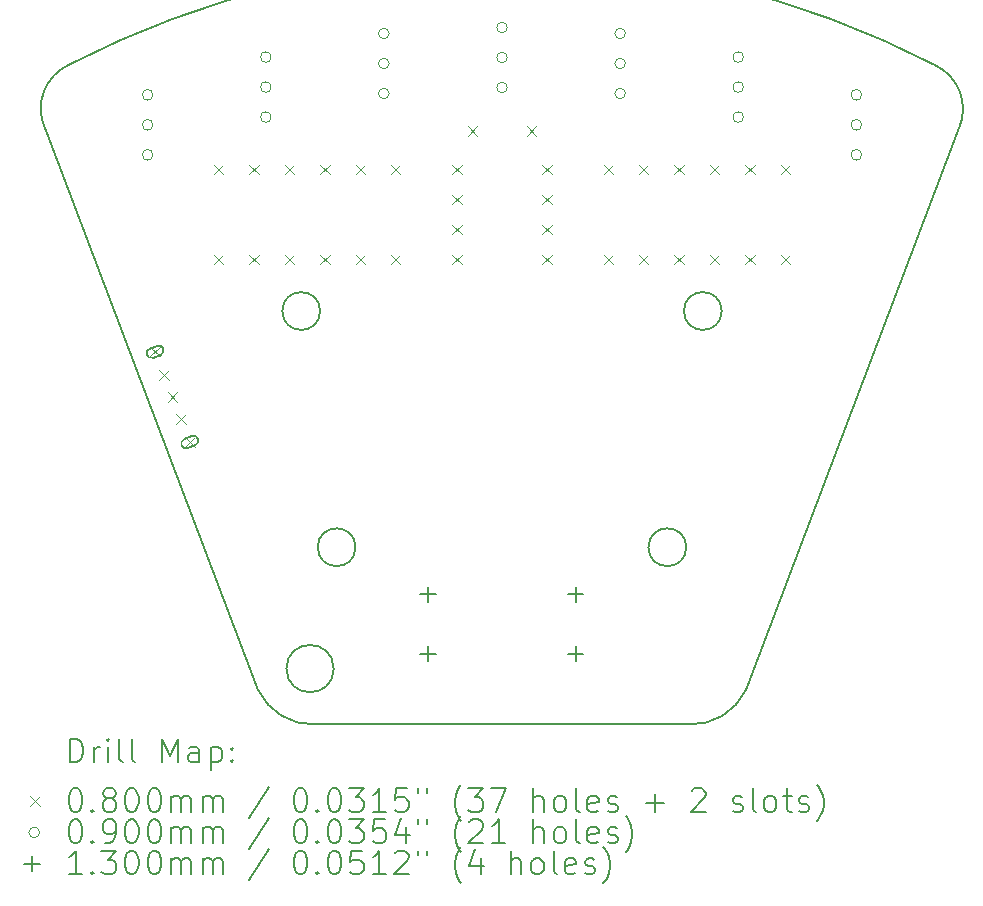
<source format=gbr>
%TF.GenerationSoftware,KiCad,Pcbnew,6.0.11-2627ca5db0~126~ubuntu20.04.1*%
%TF.CreationDate,2025-11-03T09:49:47+01:00*%
%TF.ProjectId,attiny85_catch_me_bcl-2,61747469-6e79-4383-955f-63617463685f,1.0*%
%TF.SameCoordinates,Original*%
%TF.FileFunction,Drillmap*%
%TF.FilePolarity,Positive*%
%FSLAX45Y45*%
G04 Gerber Fmt 4.5, Leading zero omitted, Abs format (unit mm)*
G04 Created by KiCad (PCBNEW 6.0.11-2627ca5db0~126~ubuntu20.04.1) date 2025-11-03 09:49:47*
%MOMM*%
%LPD*%
G01*
G04 APERTURE LIST*
%ADD10C,0.200000*%
%ADD11C,0.080000*%
%ADD12C,0.090000*%
%ADD13C,0.130000*%
G04 APERTURE END LIST*
D10*
X8960000Y-9400000D02*
G75*
G03*
X8960000Y-9400000I-160000J0D01*
G01*
X8912400Y-12900000D02*
X12087600Y-12900000D01*
X12360000Y-9400000D02*
G75*
G03*
X12360000Y-9400000I-160000J0D01*
G01*
X6629400Y-7851681D02*
X8437715Y-12611643D01*
X9075000Y-12427500D02*
G75*
G03*
X9075000Y-12427500I-200000J0D01*
G01*
X6832600Y-7315200D02*
G75*
G03*
X6629400Y-7851681I171031J-371503D01*
G01*
X8437716Y-12611643D02*
G75*
G03*
X8912400Y-12900000I459884J222163D01*
G01*
X9260000Y-11400000D02*
G75*
G03*
X9260000Y-11400000I-160000J0D01*
G01*
X12060000Y-11400000D02*
G75*
G03*
X12060000Y-11400000I-160000J0D01*
G01*
X14166701Y-7318280D02*
G75*
G03*
X6832600Y-7315200I-3670033J-7099763D01*
G01*
X12087600Y-12899994D02*
G75*
G03*
X12562285Y-12611643I15950J508634D01*
G01*
X12562285Y-12611643D02*
X14369901Y-7851681D01*
X14369904Y-7851682D02*
G75*
G03*
X14166701Y-7318281I-377954J161422D01*
G01*
D11*
X7523069Y-9704732D02*
X7603069Y-9784732D01*
X7603069Y-9704732D02*
X7523069Y-9784732D01*
D10*
X7581410Y-9694846D02*
X7516059Y-9719932D01*
X7610079Y-9769532D02*
X7544728Y-9794618D01*
X7516059Y-9719932D02*
G75*
G03*
X7544728Y-9794618I14335J-37343D01*
G01*
X7610079Y-9769532D02*
G75*
G03*
X7581410Y-9694846I-14335J37343D01*
G01*
D11*
X7598326Y-9900784D02*
X7678326Y-9980784D01*
X7678326Y-9900784D02*
X7598326Y-9980784D01*
X7670000Y-10087500D02*
X7750000Y-10167500D01*
X7750000Y-10087500D02*
X7670000Y-10167500D01*
X7741674Y-10274216D02*
X7821674Y-10354216D01*
X7821674Y-10274216D02*
X7741674Y-10354216D01*
X7816931Y-10470268D02*
X7896931Y-10550268D01*
X7896931Y-10470268D02*
X7816931Y-10550268D01*
D10*
X7875271Y-10460382D02*
X7809921Y-10485468D01*
X7903941Y-10535068D02*
X7838590Y-10560154D01*
X7809921Y-10485468D02*
G75*
G03*
X7838590Y-10560154I14335J-37343D01*
G01*
X7903941Y-10535068D02*
G75*
G03*
X7875271Y-10460382I-14335J37343D01*
G01*
D11*
X8060000Y-8160000D02*
X8140000Y-8240000D01*
X8140000Y-8160000D02*
X8060000Y-8240000D01*
X8060000Y-8922000D02*
X8140000Y-9002000D01*
X8140000Y-8922000D02*
X8060000Y-9002000D01*
X8360000Y-8160000D02*
X8440000Y-8240000D01*
X8440000Y-8160000D02*
X8360000Y-8240000D01*
X8360000Y-8922000D02*
X8440000Y-9002000D01*
X8440000Y-8922000D02*
X8360000Y-9002000D01*
X8660000Y-8160000D02*
X8740000Y-8240000D01*
X8740000Y-8160000D02*
X8660000Y-8240000D01*
X8660000Y-8922000D02*
X8740000Y-9002000D01*
X8740000Y-8922000D02*
X8660000Y-9002000D01*
X8960000Y-8160000D02*
X9040000Y-8240000D01*
X9040000Y-8160000D02*
X8960000Y-8240000D01*
X8960000Y-8922000D02*
X9040000Y-9002000D01*
X9040000Y-8922000D02*
X8960000Y-9002000D01*
X9260000Y-8160000D02*
X9340000Y-8240000D01*
X9340000Y-8160000D02*
X9260000Y-8240000D01*
X9260000Y-8922000D02*
X9340000Y-9002000D01*
X9340000Y-8922000D02*
X9260000Y-9002000D01*
X9560000Y-8160000D02*
X9640000Y-8240000D01*
X9640000Y-8160000D02*
X9560000Y-8240000D01*
X9560000Y-8922000D02*
X9640000Y-9002000D01*
X9640000Y-8922000D02*
X9560000Y-9002000D01*
X10079000Y-8160000D02*
X10159000Y-8240000D01*
X10159000Y-8160000D02*
X10079000Y-8240000D01*
X10079000Y-8414000D02*
X10159000Y-8494000D01*
X10159000Y-8414000D02*
X10079000Y-8494000D01*
X10079000Y-8668000D02*
X10159000Y-8748000D01*
X10159000Y-8668000D02*
X10079000Y-8748000D01*
X10079000Y-8922000D02*
X10159000Y-9002000D01*
X10159000Y-8922000D02*
X10079000Y-9002000D01*
X10210000Y-7835000D02*
X10290000Y-7915000D01*
X10290000Y-7835000D02*
X10210000Y-7915000D01*
X10710000Y-7835000D02*
X10790000Y-7915000D01*
X10790000Y-7835000D02*
X10710000Y-7915000D01*
X10841000Y-8160000D02*
X10921000Y-8240000D01*
X10921000Y-8160000D02*
X10841000Y-8240000D01*
X10841000Y-8414000D02*
X10921000Y-8494000D01*
X10921000Y-8414000D02*
X10841000Y-8494000D01*
X10841000Y-8668000D02*
X10921000Y-8748000D01*
X10921000Y-8668000D02*
X10841000Y-8748000D01*
X10841000Y-8922000D02*
X10921000Y-9002000D01*
X10921000Y-8922000D02*
X10841000Y-9002000D01*
X11360000Y-8160000D02*
X11440000Y-8240000D01*
X11440000Y-8160000D02*
X11360000Y-8240000D01*
X11360000Y-8922000D02*
X11440000Y-9002000D01*
X11440000Y-8922000D02*
X11360000Y-9002000D01*
X11660000Y-8160000D02*
X11740000Y-8240000D01*
X11740000Y-8160000D02*
X11660000Y-8240000D01*
X11660000Y-8922000D02*
X11740000Y-9002000D01*
X11740000Y-8922000D02*
X11660000Y-9002000D01*
X11960000Y-8160000D02*
X12040000Y-8240000D01*
X12040000Y-8160000D02*
X11960000Y-8240000D01*
X11960000Y-8922000D02*
X12040000Y-9002000D01*
X12040000Y-8922000D02*
X11960000Y-9002000D01*
X12260000Y-8160000D02*
X12340000Y-8240000D01*
X12340000Y-8160000D02*
X12260000Y-8240000D01*
X12260000Y-8922000D02*
X12340000Y-9002000D01*
X12340000Y-8922000D02*
X12260000Y-9002000D01*
X12560000Y-8160000D02*
X12640000Y-8240000D01*
X12640000Y-8160000D02*
X12560000Y-8240000D01*
X12560000Y-8922000D02*
X12640000Y-9002000D01*
X12640000Y-8922000D02*
X12560000Y-9002000D01*
X12860000Y-8160000D02*
X12940000Y-8240000D01*
X12940000Y-8160000D02*
X12860000Y-8240000D01*
X12860000Y-8922000D02*
X12940000Y-9002000D01*
X12940000Y-8922000D02*
X12860000Y-9002000D01*
D12*
X7545000Y-7570000D02*
G75*
G03*
X7545000Y-7570000I-45000J0D01*
G01*
X7545000Y-7824000D02*
G75*
G03*
X7545000Y-7824000I-45000J0D01*
G01*
X7545000Y-8078000D02*
G75*
G03*
X7545000Y-8078000I-45000J0D01*
G01*
X8545000Y-7250000D02*
G75*
G03*
X8545000Y-7250000I-45000J0D01*
G01*
X8545000Y-7504000D02*
G75*
G03*
X8545000Y-7504000I-45000J0D01*
G01*
X8545000Y-7758000D02*
G75*
G03*
X8545000Y-7758000I-45000J0D01*
G01*
X9545000Y-7050000D02*
G75*
G03*
X9545000Y-7050000I-45000J0D01*
G01*
X9545000Y-7304000D02*
G75*
G03*
X9545000Y-7304000I-45000J0D01*
G01*
X9545000Y-7558000D02*
G75*
G03*
X9545000Y-7558000I-45000J0D01*
G01*
X10545000Y-7000000D02*
G75*
G03*
X10545000Y-7000000I-45000J0D01*
G01*
X10545000Y-7254000D02*
G75*
G03*
X10545000Y-7254000I-45000J0D01*
G01*
X10545000Y-7508000D02*
G75*
G03*
X10545000Y-7508000I-45000J0D01*
G01*
X11545000Y-7050000D02*
G75*
G03*
X11545000Y-7050000I-45000J0D01*
G01*
X11545000Y-7304000D02*
G75*
G03*
X11545000Y-7304000I-45000J0D01*
G01*
X11545000Y-7558000D02*
G75*
G03*
X11545000Y-7558000I-45000J0D01*
G01*
X12545000Y-7250000D02*
G75*
G03*
X12545000Y-7250000I-45000J0D01*
G01*
X12545000Y-7504000D02*
G75*
G03*
X12545000Y-7504000I-45000J0D01*
G01*
X12545000Y-7758000D02*
G75*
G03*
X12545000Y-7758000I-45000J0D01*
G01*
X13545000Y-7570000D02*
G75*
G03*
X13545000Y-7570000I-45000J0D01*
G01*
X13545000Y-7824000D02*
G75*
G03*
X13545000Y-7824000I-45000J0D01*
G01*
X13545000Y-8078000D02*
G75*
G03*
X13545000Y-8078000I-45000J0D01*
G01*
D13*
X9875000Y-11735000D02*
X9875000Y-11865000D01*
X9810000Y-11800000D02*
X9940000Y-11800000D01*
X9875000Y-12235000D02*
X9875000Y-12365000D01*
X9810000Y-12300000D02*
X9940000Y-12300000D01*
X11125000Y-11735000D02*
X11125000Y-11865000D01*
X11060000Y-11800000D02*
X11190000Y-11800000D01*
X11125000Y-12235000D02*
X11125000Y-12365000D01*
X11060000Y-12300000D02*
X11190000Y-12300000D01*
D10*
X6842268Y-13220720D02*
X6842268Y-13020720D01*
X6889887Y-13020720D01*
X6918458Y-13030244D01*
X6937506Y-13049291D01*
X6947030Y-13068339D01*
X6956553Y-13106434D01*
X6956553Y-13135006D01*
X6947030Y-13173101D01*
X6937506Y-13192148D01*
X6918458Y-13211196D01*
X6889887Y-13220720D01*
X6842268Y-13220720D01*
X7042268Y-13220720D02*
X7042268Y-13087387D01*
X7042268Y-13125482D02*
X7051792Y-13106434D01*
X7061315Y-13096910D01*
X7080363Y-13087387D01*
X7099411Y-13087387D01*
X7166077Y-13220720D02*
X7166077Y-13087387D01*
X7166077Y-13020720D02*
X7156553Y-13030244D01*
X7166077Y-13039768D01*
X7175601Y-13030244D01*
X7166077Y-13020720D01*
X7166077Y-13039768D01*
X7289887Y-13220720D02*
X7270839Y-13211196D01*
X7261315Y-13192148D01*
X7261315Y-13020720D01*
X7394649Y-13220720D02*
X7375601Y-13211196D01*
X7366077Y-13192148D01*
X7366077Y-13020720D01*
X7623220Y-13220720D02*
X7623220Y-13020720D01*
X7689887Y-13163577D01*
X7756553Y-13020720D01*
X7756553Y-13220720D01*
X7937506Y-13220720D02*
X7937506Y-13115958D01*
X7927982Y-13096910D01*
X7908934Y-13087387D01*
X7870839Y-13087387D01*
X7851792Y-13096910D01*
X7937506Y-13211196D02*
X7918458Y-13220720D01*
X7870839Y-13220720D01*
X7851792Y-13211196D01*
X7842268Y-13192148D01*
X7842268Y-13173101D01*
X7851792Y-13154053D01*
X7870839Y-13144529D01*
X7918458Y-13144529D01*
X7937506Y-13135006D01*
X8032744Y-13087387D02*
X8032744Y-13287387D01*
X8032744Y-13096910D02*
X8051792Y-13087387D01*
X8089887Y-13087387D01*
X8108934Y-13096910D01*
X8118458Y-13106434D01*
X8127982Y-13125482D01*
X8127982Y-13182625D01*
X8118458Y-13201672D01*
X8108934Y-13211196D01*
X8089887Y-13220720D01*
X8051792Y-13220720D01*
X8032744Y-13211196D01*
X8213696Y-13201672D02*
X8223220Y-13211196D01*
X8213696Y-13220720D01*
X8204173Y-13211196D01*
X8213696Y-13201672D01*
X8213696Y-13220720D01*
X8213696Y-13096910D02*
X8223220Y-13106434D01*
X8213696Y-13115958D01*
X8204173Y-13106434D01*
X8213696Y-13096910D01*
X8213696Y-13115958D01*
D11*
X6504649Y-13510244D02*
X6584649Y-13590244D01*
X6584649Y-13510244D02*
X6504649Y-13590244D01*
D10*
X6880363Y-13440720D02*
X6899411Y-13440720D01*
X6918458Y-13450244D01*
X6927982Y-13459768D01*
X6937506Y-13478815D01*
X6947030Y-13516910D01*
X6947030Y-13564529D01*
X6937506Y-13602625D01*
X6927982Y-13621672D01*
X6918458Y-13631196D01*
X6899411Y-13640720D01*
X6880363Y-13640720D01*
X6861315Y-13631196D01*
X6851792Y-13621672D01*
X6842268Y-13602625D01*
X6832744Y-13564529D01*
X6832744Y-13516910D01*
X6842268Y-13478815D01*
X6851792Y-13459768D01*
X6861315Y-13450244D01*
X6880363Y-13440720D01*
X7032744Y-13621672D02*
X7042268Y-13631196D01*
X7032744Y-13640720D01*
X7023220Y-13631196D01*
X7032744Y-13621672D01*
X7032744Y-13640720D01*
X7156553Y-13526434D02*
X7137506Y-13516910D01*
X7127982Y-13507387D01*
X7118458Y-13488339D01*
X7118458Y-13478815D01*
X7127982Y-13459768D01*
X7137506Y-13450244D01*
X7156553Y-13440720D01*
X7194649Y-13440720D01*
X7213696Y-13450244D01*
X7223220Y-13459768D01*
X7232744Y-13478815D01*
X7232744Y-13488339D01*
X7223220Y-13507387D01*
X7213696Y-13516910D01*
X7194649Y-13526434D01*
X7156553Y-13526434D01*
X7137506Y-13535958D01*
X7127982Y-13545482D01*
X7118458Y-13564529D01*
X7118458Y-13602625D01*
X7127982Y-13621672D01*
X7137506Y-13631196D01*
X7156553Y-13640720D01*
X7194649Y-13640720D01*
X7213696Y-13631196D01*
X7223220Y-13621672D01*
X7232744Y-13602625D01*
X7232744Y-13564529D01*
X7223220Y-13545482D01*
X7213696Y-13535958D01*
X7194649Y-13526434D01*
X7356553Y-13440720D02*
X7375601Y-13440720D01*
X7394649Y-13450244D01*
X7404173Y-13459768D01*
X7413696Y-13478815D01*
X7423220Y-13516910D01*
X7423220Y-13564529D01*
X7413696Y-13602625D01*
X7404173Y-13621672D01*
X7394649Y-13631196D01*
X7375601Y-13640720D01*
X7356553Y-13640720D01*
X7337506Y-13631196D01*
X7327982Y-13621672D01*
X7318458Y-13602625D01*
X7308934Y-13564529D01*
X7308934Y-13516910D01*
X7318458Y-13478815D01*
X7327982Y-13459768D01*
X7337506Y-13450244D01*
X7356553Y-13440720D01*
X7547030Y-13440720D02*
X7566077Y-13440720D01*
X7585125Y-13450244D01*
X7594649Y-13459768D01*
X7604173Y-13478815D01*
X7613696Y-13516910D01*
X7613696Y-13564529D01*
X7604173Y-13602625D01*
X7594649Y-13621672D01*
X7585125Y-13631196D01*
X7566077Y-13640720D01*
X7547030Y-13640720D01*
X7527982Y-13631196D01*
X7518458Y-13621672D01*
X7508934Y-13602625D01*
X7499411Y-13564529D01*
X7499411Y-13516910D01*
X7508934Y-13478815D01*
X7518458Y-13459768D01*
X7527982Y-13450244D01*
X7547030Y-13440720D01*
X7699411Y-13640720D02*
X7699411Y-13507387D01*
X7699411Y-13526434D02*
X7708934Y-13516910D01*
X7727982Y-13507387D01*
X7756553Y-13507387D01*
X7775601Y-13516910D01*
X7785125Y-13535958D01*
X7785125Y-13640720D01*
X7785125Y-13535958D02*
X7794649Y-13516910D01*
X7813696Y-13507387D01*
X7842268Y-13507387D01*
X7861315Y-13516910D01*
X7870839Y-13535958D01*
X7870839Y-13640720D01*
X7966077Y-13640720D02*
X7966077Y-13507387D01*
X7966077Y-13526434D02*
X7975601Y-13516910D01*
X7994649Y-13507387D01*
X8023220Y-13507387D01*
X8042268Y-13516910D01*
X8051792Y-13535958D01*
X8051792Y-13640720D01*
X8051792Y-13535958D02*
X8061315Y-13516910D01*
X8080363Y-13507387D01*
X8108934Y-13507387D01*
X8127982Y-13516910D01*
X8137506Y-13535958D01*
X8137506Y-13640720D01*
X8527982Y-13431196D02*
X8356553Y-13688339D01*
X8785125Y-13440720D02*
X8804173Y-13440720D01*
X8823220Y-13450244D01*
X8832744Y-13459768D01*
X8842268Y-13478815D01*
X8851792Y-13516910D01*
X8851792Y-13564529D01*
X8842268Y-13602625D01*
X8832744Y-13621672D01*
X8823220Y-13631196D01*
X8804173Y-13640720D01*
X8785125Y-13640720D01*
X8766077Y-13631196D01*
X8756554Y-13621672D01*
X8747030Y-13602625D01*
X8737506Y-13564529D01*
X8737506Y-13516910D01*
X8747030Y-13478815D01*
X8756554Y-13459768D01*
X8766077Y-13450244D01*
X8785125Y-13440720D01*
X8937506Y-13621672D02*
X8947030Y-13631196D01*
X8937506Y-13640720D01*
X8927982Y-13631196D01*
X8937506Y-13621672D01*
X8937506Y-13640720D01*
X9070839Y-13440720D02*
X9089887Y-13440720D01*
X9108935Y-13450244D01*
X9118458Y-13459768D01*
X9127982Y-13478815D01*
X9137506Y-13516910D01*
X9137506Y-13564529D01*
X9127982Y-13602625D01*
X9118458Y-13621672D01*
X9108935Y-13631196D01*
X9089887Y-13640720D01*
X9070839Y-13640720D01*
X9051792Y-13631196D01*
X9042268Y-13621672D01*
X9032744Y-13602625D01*
X9023220Y-13564529D01*
X9023220Y-13516910D01*
X9032744Y-13478815D01*
X9042268Y-13459768D01*
X9051792Y-13450244D01*
X9070839Y-13440720D01*
X9204173Y-13440720D02*
X9327982Y-13440720D01*
X9261315Y-13516910D01*
X9289887Y-13516910D01*
X9308935Y-13526434D01*
X9318458Y-13535958D01*
X9327982Y-13555006D01*
X9327982Y-13602625D01*
X9318458Y-13621672D01*
X9308935Y-13631196D01*
X9289887Y-13640720D01*
X9232744Y-13640720D01*
X9213696Y-13631196D01*
X9204173Y-13621672D01*
X9518458Y-13640720D02*
X9404173Y-13640720D01*
X9461315Y-13640720D02*
X9461315Y-13440720D01*
X9442268Y-13469291D01*
X9423220Y-13488339D01*
X9404173Y-13497863D01*
X9699411Y-13440720D02*
X9604173Y-13440720D01*
X9594649Y-13535958D01*
X9604173Y-13526434D01*
X9623220Y-13516910D01*
X9670839Y-13516910D01*
X9689887Y-13526434D01*
X9699411Y-13535958D01*
X9708935Y-13555006D01*
X9708935Y-13602625D01*
X9699411Y-13621672D01*
X9689887Y-13631196D01*
X9670839Y-13640720D01*
X9623220Y-13640720D01*
X9604173Y-13631196D01*
X9594649Y-13621672D01*
X9785125Y-13440720D02*
X9785125Y-13478815D01*
X9861315Y-13440720D02*
X9861315Y-13478815D01*
X10156554Y-13716910D02*
X10147030Y-13707387D01*
X10127982Y-13678815D01*
X10118458Y-13659768D01*
X10108935Y-13631196D01*
X10099411Y-13583577D01*
X10099411Y-13545482D01*
X10108935Y-13497863D01*
X10118458Y-13469291D01*
X10127982Y-13450244D01*
X10147030Y-13421672D01*
X10156554Y-13412148D01*
X10213696Y-13440720D02*
X10337506Y-13440720D01*
X10270839Y-13516910D01*
X10299411Y-13516910D01*
X10318458Y-13526434D01*
X10327982Y-13535958D01*
X10337506Y-13555006D01*
X10337506Y-13602625D01*
X10327982Y-13621672D01*
X10318458Y-13631196D01*
X10299411Y-13640720D01*
X10242268Y-13640720D01*
X10223220Y-13631196D01*
X10213696Y-13621672D01*
X10404173Y-13440720D02*
X10537506Y-13440720D01*
X10451792Y-13640720D01*
X10766077Y-13640720D02*
X10766077Y-13440720D01*
X10851792Y-13640720D02*
X10851792Y-13535958D01*
X10842268Y-13516910D01*
X10823220Y-13507387D01*
X10794649Y-13507387D01*
X10775601Y-13516910D01*
X10766077Y-13526434D01*
X10975601Y-13640720D02*
X10956554Y-13631196D01*
X10947030Y-13621672D01*
X10937506Y-13602625D01*
X10937506Y-13545482D01*
X10947030Y-13526434D01*
X10956554Y-13516910D01*
X10975601Y-13507387D01*
X11004173Y-13507387D01*
X11023220Y-13516910D01*
X11032744Y-13526434D01*
X11042268Y-13545482D01*
X11042268Y-13602625D01*
X11032744Y-13621672D01*
X11023220Y-13631196D01*
X11004173Y-13640720D01*
X10975601Y-13640720D01*
X11156554Y-13640720D02*
X11137506Y-13631196D01*
X11127982Y-13612148D01*
X11127982Y-13440720D01*
X11308934Y-13631196D02*
X11289887Y-13640720D01*
X11251792Y-13640720D01*
X11232744Y-13631196D01*
X11223220Y-13612148D01*
X11223220Y-13535958D01*
X11232744Y-13516910D01*
X11251792Y-13507387D01*
X11289887Y-13507387D01*
X11308934Y-13516910D01*
X11318458Y-13535958D01*
X11318458Y-13555006D01*
X11223220Y-13574053D01*
X11394649Y-13631196D02*
X11413696Y-13640720D01*
X11451792Y-13640720D01*
X11470839Y-13631196D01*
X11480363Y-13612148D01*
X11480363Y-13602625D01*
X11470839Y-13583577D01*
X11451792Y-13574053D01*
X11423220Y-13574053D01*
X11404173Y-13564529D01*
X11394649Y-13545482D01*
X11394649Y-13535958D01*
X11404173Y-13516910D01*
X11423220Y-13507387D01*
X11451792Y-13507387D01*
X11470839Y-13516910D01*
X11718458Y-13564529D02*
X11870839Y-13564529D01*
X11794649Y-13640720D02*
X11794649Y-13488339D01*
X12108934Y-13459768D02*
X12118458Y-13450244D01*
X12137506Y-13440720D01*
X12185125Y-13440720D01*
X12204173Y-13450244D01*
X12213696Y-13459768D01*
X12223220Y-13478815D01*
X12223220Y-13497863D01*
X12213696Y-13526434D01*
X12099411Y-13640720D01*
X12223220Y-13640720D01*
X12451792Y-13631196D02*
X12470839Y-13640720D01*
X12508934Y-13640720D01*
X12527982Y-13631196D01*
X12537506Y-13612148D01*
X12537506Y-13602625D01*
X12527982Y-13583577D01*
X12508934Y-13574053D01*
X12480363Y-13574053D01*
X12461315Y-13564529D01*
X12451792Y-13545482D01*
X12451792Y-13535958D01*
X12461315Y-13516910D01*
X12480363Y-13507387D01*
X12508934Y-13507387D01*
X12527982Y-13516910D01*
X12651792Y-13640720D02*
X12632744Y-13631196D01*
X12623220Y-13612148D01*
X12623220Y-13440720D01*
X12756553Y-13640720D02*
X12737506Y-13631196D01*
X12727982Y-13621672D01*
X12718458Y-13602625D01*
X12718458Y-13545482D01*
X12727982Y-13526434D01*
X12737506Y-13516910D01*
X12756553Y-13507387D01*
X12785125Y-13507387D01*
X12804173Y-13516910D01*
X12813696Y-13526434D01*
X12823220Y-13545482D01*
X12823220Y-13602625D01*
X12813696Y-13621672D01*
X12804173Y-13631196D01*
X12785125Y-13640720D01*
X12756553Y-13640720D01*
X12880363Y-13507387D02*
X12956553Y-13507387D01*
X12908934Y-13440720D02*
X12908934Y-13612148D01*
X12918458Y-13631196D01*
X12937506Y-13640720D01*
X12956553Y-13640720D01*
X13013696Y-13631196D02*
X13032744Y-13640720D01*
X13070839Y-13640720D01*
X13089887Y-13631196D01*
X13099411Y-13612148D01*
X13099411Y-13602625D01*
X13089887Y-13583577D01*
X13070839Y-13574053D01*
X13042268Y-13574053D01*
X13023220Y-13564529D01*
X13013696Y-13545482D01*
X13013696Y-13535958D01*
X13023220Y-13516910D01*
X13042268Y-13507387D01*
X13070839Y-13507387D01*
X13089887Y-13516910D01*
X13166077Y-13716910D02*
X13175601Y-13707387D01*
X13194649Y-13678815D01*
X13204173Y-13659768D01*
X13213696Y-13631196D01*
X13223220Y-13583577D01*
X13223220Y-13545482D01*
X13213696Y-13497863D01*
X13204173Y-13469291D01*
X13194649Y-13450244D01*
X13175601Y-13421672D01*
X13166077Y-13412148D01*
D12*
X6584649Y-13814244D02*
G75*
G03*
X6584649Y-13814244I-45000J0D01*
G01*
D10*
X6880363Y-13704720D02*
X6899411Y-13704720D01*
X6918458Y-13714244D01*
X6927982Y-13723768D01*
X6937506Y-13742815D01*
X6947030Y-13780910D01*
X6947030Y-13828529D01*
X6937506Y-13866625D01*
X6927982Y-13885672D01*
X6918458Y-13895196D01*
X6899411Y-13904720D01*
X6880363Y-13904720D01*
X6861315Y-13895196D01*
X6851792Y-13885672D01*
X6842268Y-13866625D01*
X6832744Y-13828529D01*
X6832744Y-13780910D01*
X6842268Y-13742815D01*
X6851792Y-13723768D01*
X6861315Y-13714244D01*
X6880363Y-13704720D01*
X7032744Y-13885672D02*
X7042268Y-13895196D01*
X7032744Y-13904720D01*
X7023220Y-13895196D01*
X7032744Y-13885672D01*
X7032744Y-13904720D01*
X7137506Y-13904720D02*
X7175601Y-13904720D01*
X7194649Y-13895196D01*
X7204173Y-13885672D01*
X7223220Y-13857101D01*
X7232744Y-13819006D01*
X7232744Y-13742815D01*
X7223220Y-13723768D01*
X7213696Y-13714244D01*
X7194649Y-13704720D01*
X7156553Y-13704720D01*
X7137506Y-13714244D01*
X7127982Y-13723768D01*
X7118458Y-13742815D01*
X7118458Y-13790434D01*
X7127982Y-13809482D01*
X7137506Y-13819006D01*
X7156553Y-13828529D01*
X7194649Y-13828529D01*
X7213696Y-13819006D01*
X7223220Y-13809482D01*
X7232744Y-13790434D01*
X7356553Y-13704720D02*
X7375601Y-13704720D01*
X7394649Y-13714244D01*
X7404173Y-13723768D01*
X7413696Y-13742815D01*
X7423220Y-13780910D01*
X7423220Y-13828529D01*
X7413696Y-13866625D01*
X7404173Y-13885672D01*
X7394649Y-13895196D01*
X7375601Y-13904720D01*
X7356553Y-13904720D01*
X7337506Y-13895196D01*
X7327982Y-13885672D01*
X7318458Y-13866625D01*
X7308934Y-13828529D01*
X7308934Y-13780910D01*
X7318458Y-13742815D01*
X7327982Y-13723768D01*
X7337506Y-13714244D01*
X7356553Y-13704720D01*
X7547030Y-13704720D02*
X7566077Y-13704720D01*
X7585125Y-13714244D01*
X7594649Y-13723768D01*
X7604173Y-13742815D01*
X7613696Y-13780910D01*
X7613696Y-13828529D01*
X7604173Y-13866625D01*
X7594649Y-13885672D01*
X7585125Y-13895196D01*
X7566077Y-13904720D01*
X7547030Y-13904720D01*
X7527982Y-13895196D01*
X7518458Y-13885672D01*
X7508934Y-13866625D01*
X7499411Y-13828529D01*
X7499411Y-13780910D01*
X7508934Y-13742815D01*
X7518458Y-13723768D01*
X7527982Y-13714244D01*
X7547030Y-13704720D01*
X7699411Y-13904720D02*
X7699411Y-13771387D01*
X7699411Y-13790434D02*
X7708934Y-13780910D01*
X7727982Y-13771387D01*
X7756553Y-13771387D01*
X7775601Y-13780910D01*
X7785125Y-13799958D01*
X7785125Y-13904720D01*
X7785125Y-13799958D02*
X7794649Y-13780910D01*
X7813696Y-13771387D01*
X7842268Y-13771387D01*
X7861315Y-13780910D01*
X7870839Y-13799958D01*
X7870839Y-13904720D01*
X7966077Y-13904720D02*
X7966077Y-13771387D01*
X7966077Y-13790434D02*
X7975601Y-13780910D01*
X7994649Y-13771387D01*
X8023220Y-13771387D01*
X8042268Y-13780910D01*
X8051792Y-13799958D01*
X8051792Y-13904720D01*
X8051792Y-13799958D02*
X8061315Y-13780910D01*
X8080363Y-13771387D01*
X8108934Y-13771387D01*
X8127982Y-13780910D01*
X8137506Y-13799958D01*
X8137506Y-13904720D01*
X8527982Y-13695196D02*
X8356553Y-13952339D01*
X8785125Y-13704720D02*
X8804173Y-13704720D01*
X8823220Y-13714244D01*
X8832744Y-13723768D01*
X8842268Y-13742815D01*
X8851792Y-13780910D01*
X8851792Y-13828529D01*
X8842268Y-13866625D01*
X8832744Y-13885672D01*
X8823220Y-13895196D01*
X8804173Y-13904720D01*
X8785125Y-13904720D01*
X8766077Y-13895196D01*
X8756554Y-13885672D01*
X8747030Y-13866625D01*
X8737506Y-13828529D01*
X8737506Y-13780910D01*
X8747030Y-13742815D01*
X8756554Y-13723768D01*
X8766077Y-13714244D01*
X8785125Y-13704720D01*
X8937506Y-13885672D02*
X8947030Y-13895196D01*
X8937506Y-13904720D01*
X8927982Y-13895196D01*
X8937506Y-13885672D01*
X8937506Y-13904720D01*
X9070839Y-13704720D02*
X9089887Y-13704720D01*
X9108935Y-13714244D01*
X9118458Y-13723768D01*
X9127982Y-13742815D01*
X9137506Y-13780910D01*
X9137506Y-13828529D01*
X9127982Y-13866625D01*
X9118458Y-13885672D01*
X9108935Y-13895196D01*
X9089887Y-13904720D01*
X9070839Y-13904720D01*
X9051792Y-13895196D01*
X9042268Y-13885672D01*
X9032744Y-13866625D01*
X9023220Y-13828529D01*
X9023220Y-13780910D01*
X9032744Y-13742815D01*
X9042268Y-13723768D01*
X9051792Y-13714244D01*
X9070839Y-13704720D01*
X9204173Y-13704720D02*
X9327982Y-13704720D01*
X9261315Y-13780910D01*
X9289887Y-13780910D01*
X9308935Y-13790434D01*
X9318458Y-13799958D01*
X9327982Y-13819006D01*
X9327982Y-13866625D01*
X9318458Y-13885672D01*
X9308935Y-13895196D01*
X9289887Y-13904720D01*
X9232744Y-13904720D01*
X9213696Y-13895196D01*
X9204173Y-13885672D01*
X9508935Y-13704720D02*
X9413696Y-13704720D01*
X9404173Y-13799958D01*
X9413696Y-13790434D01*
X9432744Y-13780910D01*
X9480363Y-13780910D01*
X9499411Y-13790434D01*
X9508935Y-13799958D01*
X9518458Y-13819006D01*
X9518458Y-13866625D01*
X9508935Y-13885672D01*
X9499411Y-13895196D01*
X9480363Y-13904720D01*
X9432744Y-13904720D01*
X9413696Y-13895196D01*
X9404173Y-13885672D01*
X9689887Y-13771387D02*
X9689887Y-13904720D01*
X9642268Y-13695196D02*
X9594649Y-13838053D01*
X9718458Y-13838053D01*
X9785125Y-13704720D02*
X9785125Y-13742815D01*
X9861315Y-13704720D02*
X9861315Y-13742815D01*
X10156554Y-13980910D02*
X10147030Y-13971387D01*
X10127982Y-13942815D01*
X10118458Y-13923768D01*
X10108935Y-13895196D01*
X10099411Y-13847577D01*
X10099411Y-13809482D01*
X10108935Y-13761863D01*
X10118458Y-13733291D01*
X10127982Y-13714244D01*
X10147030Y-13685672D01*
X10156554Y-13676148D01*
X10223220Y-13723768D02*
X10232744Y-13714244D01*
X10251792Y-13704720D01*
X10299411Y-13704720D01*
X10318458Y-13714244D01*
X10327982Y-13723768D01*
X10337506Y-13742815D01*
X10337506Y-13761863D01*
X10327982Y-13790434D01*
X10213696Y-13904720D01*
X10337506Y-13904720D01*
X10527982Y-13904720D02*
X10413696Y-13904720D01*
X10470839Y-13904720D02*
X10470839Y-13704720D01*
X10451792Y-13733291D01*
X10432744Y-13752339D01*
X10413696Y-13761863D01*
X10766077Y-13904720D02*
X10766077Y-13704720D01*
X10851792Y-13904720D02*
X10851792Y-13799958D01*
X10842268Y-13780910D01*
X10823220Y-13771387D01*
X10794649Y-13771387D01*
X10775601Y-13780910D01*
X10766077Y-13790434D01*
X10975601Y-13904720D02*
X10956554Y-13895196D01*
X10947030Y-13885672D01*
X10937506Y-13866625D01*
X10937506Y-13809482D01*
X10947030Y-13790434D01*
X10956554Y-13780910D01*
X10975601Y-13771387D01*
X11004173Y-13771387D01*
X11023220Y-13780910D01*
X11032744Y-13790434D01*
X11042268Y-13809482D01*
X11042268Y-13866625D01*
X11032744Y-13885672D01*
X11023220Y-13895196D01*
X11004173Y-13904720D01*
X10975601Y-13904720D01*
X11156554Y-13904720D02*
X11137506Y-13895196D01*
X11127982Y-13876148D01*
X11127982Y-13704720D01*
X11308934Y-13895196D02*
X11289887Y-13904720D01*
X11251792Y-13904720D01*
X11232744Y-13895196D01*
X11223220Y-13876148D01*
X11223220Y-13799958D01*
X11232744Y-13780910D01*
X11251792Y-13771387D01*
X11289887Y-13771387D01*
X11308934Y-13780910D01*
X11318458Y-13799958D01*
X11318458Y-13819006D01*
X11223220Y-13838053D01*
X11394649Y-13895196D02*
X11413696Y-13904720D01*
X11451792Y-13904720D01*
X11470839Y-13895196D01*
X11480363Y-13876148D01*
X11480363Y-13866625D01*
X11470839Y-13847577D01*
X11451792Y-13838053D01*
X11423220Y-13838053D01*
X11404173Y-13828529D01*
X11394649Y-13809482D01*
X11394649Y-13799958D01*
X11404173Y-13780910D01*
X11423220Y-13771387D01*
X11451792Y-13771387D01*
X11470839Y-13780910D01*
X11547030Y-13980910D02*
X11556553Y-13971387D01*
X11575601Y-13942815D01*
X11585125Y-13923768D01*
X11594649Y-13895196D01*
X11604173Y-13847577D01*
X11604173Y-13809482D01*
X11594649Y-13761863D01*
X11585125Y-13733291D01*
X11575601Y-13714244D01*
X11556553Y-13685672D01*
X11547030Y-13676148D01*
D13*
X6519649Y-14013244D02*
X6519649Y-14143244D01*
X6454649Y-14078244D02*
X6584649Y-14078244D01*
D10*
X6947030Y-14168720D02*
X6832744Y-14168720D01*
X6889887Y-14168720D02*
X6889887Y-13968720D01*
X6870839Y-13997291D01*
X6851792Y-14016339D01*
X6832744Y-14025863D01*
X7032744Y-14149672D02*
X7042268Y-14159196D01*
X7032744Y-14168720D01*
X7023220Y-14159196D01*
X7032744Y-14149672D01*
X7032744Y-14168720D01*
X7108934Y-13968720D02*
X7232744Y-13968720D01*
X7166077Y-14044910D01*
X7194649Y-14044910D01*
X7213696Y-14054434D01*
X7223220Y-14063958D01*
X7232744Y-14083006D01*
X7232744Y-14130625D01*
X7223220Y-14149672D01*
X7213696Y-14159196D01*
X7194649Y-14168720D01*
X7137506Y-14168720D01*
X7118458Y-14159196D01*
X7108934Y-14149672D01*
X7356553Y-13968720D02*
X7375601Y-13968720D01*
X7394649Y-13978244D01*
X7404173Y-13987768D01*
X7413696Y-14006815D01*
X7423220Y-14044910D01*
X7423220Y-14092529D01*
X7413696Y-14130625D01*
X7404173Y-14149672D01*
X7394649Y-14159196D01*
X7375601Y-14168720D01*
X7356553Y-14168720D01*
X7337506Y-14159196D01*
X7327982Y-14149672D01*
X7318458Y-14130625D01*
X7308934Y-14092529D01*
X7308934Y-14044910D01*
X7318458Y-14006815D01*
X7327982Y-13987768D01*
X7337506Y-13978244D01*
X7356553Y-13968720D01*
X7547030Y-13968720D02*
X7566077Y-13968720D01*
X7585125Y-13978244D01*
X7594649Y-13987768D01*
X7604173Y-14006815D01*
X7613696Y-14044910D01*
X7613696Y-14092529D01*
X7604173Y-14130625D01*
X7594649Y-14149672D01*
X7585125Y-14159196D01*
X7566077Y-14168720D01*
X7547030Y-14168720D01*
X7527982Y-14159196D01*
X7518458Y-14149672D01*
X7508934Y-14130625D01*
X7499411Y-14092529D01*
X7499411Y-14044910D01*
X7508934Y-14006815D01*
X7518458Y-13987768D01*
X7527982Y-13978244D01*
X7547030Y-13968720D01*
X7699411Y-14168720D02*
X7699411Y-14035387D01*
X7699411Y-14054434D02*
X7708934Y-14044910D01*
X7727982Y-14035387D01*
X7756553Y-14035387D01*
X7775601Y-14044910D01*
X7785125Y-14063958D01*
X7785125Y-14168720D01*
X7785125Y-14063958D02*
X7794649Y-14044910D01*
X7813696Y-14035387D01*
X7842268Y-14035387D01*
X7861315Y-14044910D01*
X7870839Y-14063958D01*
X7870839Y-14168720D01*
X7966077Y-14168720D02*
X7966077Y-14035387D01*
X7966077Y-14054434D02*
X7975601Y-14044910D01*
X7994649Y-14035387D01*
X8023220Y-14035387D01*
X8042268Y-14044910D01*
X8051792Y-14063958D01*
X8051792Y-14168720D01*
X8051792Y-14063958D02*
X8061315Y-14044910D01*
X8080363Y-14035387D01*
X8108934Y-14035387D01*
X8127982Y-14044910D01*
X8137506Y-14063958D01*
X8137506Y-14168720D01*
X8527982Y-13959196D02*
X8356553Y-14216339D01*
X8785125Y-13968720D02*
X8804173Y-13968720D01*
X8823220Y-13978244D01*
X8832744Y-13987768D01*
X8842268Y-14006815D01*
X8851792Y-14044910D01*
X8851792Y-14092529D01*
X8842268Y-14130625D01*
X8832744Y-14149672D01*
X8823220Y-14159196D01*
X8804173Y-14168720D01*
X8785125Y-14168720D01*
X8766077Y-14159196D01*
X8756554Y-14149672D01*
X8747030Y-14130625D01*
X8737506Y-14092529D01*
X8737506Y-14044910D01*
X8747030Y-14006815D01*
X8756554Y-13987768D01*
X8766077Y-13978244D01*
X8785125Y-13968720D01*
X8937506Y-14149672D02*
X8947030Y-14159196D01*
X8937506Y-14168720D01*
X8927982Y-14159196D01*
X8937506Y-14149672D01*
X8937506Y-14168720D01*
X9070839Y-13968720D02*
X9089887Y-13968720D01*
X9108935Y-13978244D01*
X9118458Y-13987768D01*
X9127982Y-14006815D01*
X9137506Y-14044910D01*
X9137506Y-14092529D01*
X9127982Y-14130625D01*
X9118458Y-14149672D01*
X9108935Y-14159196D01*
X9089887Y-14168720D01*
X9070839Y-14168720D01*
X9051792Y-14159196D01*
X9042268Y-14149672D01*
X9032744Y-14130625D01*
X9023220Y-14092529D01*
X9023220Y-14044910D01*
X9032744Y-14006815D01*
X9042268Y-13987768D01*
X9051792Y-13978244D01*
X9070839Y-13968720D01*
X9318458Y-13968720D02*
X9223220Y-13968720D01*
X9213696Y-14063958D01*
X9223220Y-14054434D01*
X9242268Y-14044910D01*
X9289887Y-14044910D01*
X9308935Y-14054434D01*
X9318458Y-14063958D01*
X9327982Y-14083006D01*
X9327982Y-14130625D01*
X9318458Y-14149672D01*
X9308935Y-14159196D01*
X9289887Y-14168720D01*
X9242268Y-14168720D01*
X9223220Y-14159196D01*
X9213696Y-14149672D01*
X9518458Y-14168720D02*
X9404173Y-14168720D01*
X9461315Y-14168720D02*
X9461315Y-13968720D01*
X9442268Y-13997291D01*
X9423220Y-14016339D01*
X9404173Y-14025863D01*
X9594649Y-13987768D02*
X9604173Y-13978244D01*
X9623220Y-13968720D01*
X9670839Y-13968720D01*
X9689887Y-13978244D01*
X9699411Y-13987768D01*
X9708935Y-14006815D01*
X9708935Y-14025863D01*
X9699411Y-14054434D01*
X9585125Y-14168720D01*
X9708935Y-14168720D01*
X9785125Y-13968720D02*
X9785125Y-14006815D01*
X9861315Y-13968720D02*
X9861315Y-14006815D01*
X10156554Y-14244910D02*
X10147030Y-14235387D01*
X10127982Y-14206815D01*
X10118458Y-14187768D01*
X10108935Y-14159196D01*
X10099411Y-14111577D01*
X10099411Y-14073482D01*
X10108935Y-14025863D01*
X10118458Y-13997291D01*
X10127982Y-13978244D01*
X10147030Y-13949672D01*
X10156554Y-13940148D01*
X10318458Y-14035387D02*
X10318458Y-14168720D01*
X10270839Y-13959196D02*
X10223220Y-14102053D01*
X10347030Y-14102053D01*
X10575601Y-14168720D02*
X10575601Y-13968720D01*
X10661315Y-14168720D02*
X10661315Y-14063958D01*
X10651792Y-14044910D01*
X10632744Y-14035387D01*
X10604173Y-14035387D01*
X10585125Y-14044910D01*
X10575601Y-14054434D01*
X10785125Y-14168720D02*
X10766077Y-14159196D01*
X10756554Y-14149672D01*
X10747030Y-14130625D01*
X10747030Y-14073482D01*
X10756554Y-14054434D01*
X10766077Y-14044910D01*
X10785125Y-14035387D01*
X10813696Y-14035387D01*
X10832744Y-14044910D01*
X10842268Y-14054434D01*
X10851792Y-14073482D01*
X10851792Y-14130625D01*
X10842268Y-14149672D01*
X10832744Y-14159196D01*
X10813696Y-14168720D01*
X10785125Y-14168720D01*
X10966077Y-14168720D02*
X10947030Y-14159196D01*
X10937506Y-14140148D01*
X10937506Y-13968720D01*
X11118458Y-14159196D02*
X11099411Y-14168720D01*
X11061315Y-14168720D01*
X11042268Y-14159196D01*
X11032744Y-14140148D01*
X11032744Y-14063958D01*
X11042268Y-14044910D01*
X11061315Y-14035387D01*
X11099411Y-14035387D01*
X11118458Y-14044910D01*
X11127982Y-14063958D01*
X11127982Y-14083006D01*
X11032744Y-14102053D01*
X11204173Y-14159196D02*
X11223220Y-14168720D01*
X11261315Y-14168720D01*
X11280363Y-14159196D01*
X11289887Y-14140148D01*
X11289887Y-14130625D01*
X11280363Y-14111577D01*
X11261315Y-14102053D01*
X11232744Y-14102053D01*
X11213696Y-14092529D01*
X11204173Y-14073482D01*
X11204173Y-14063958D01*
X11213696Y-14044910D01*
X11232744Y-14035387D01*
X11261315Y-14035387D01*
X11280363Y-14044910D01*
X11356553Y-14244910D02*
X11366077Y-14235387D01*
X11385125Y-14206815D01*
X11394649Y-14187768D01*
X11404173Y-14159196D01*
X11413696Y-14111577D01*
X11413696Y-14073482D01*
X11404173Y-14025863D01*
X11394649Y-13997291D01*
X11385125Y-13978244D01*
X11366077Y-13949672D01*
X11356553Y-13940148D01*
M02*

</source>
